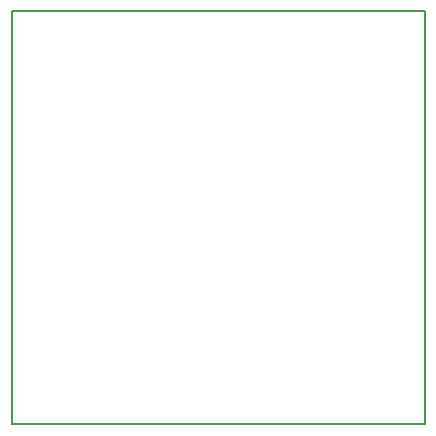
<source format=gbr>
%TF.GenerationSoftware,Altium Limited,Altium Designer,21.2.2 (38)*%
G04 Layer_Color=32896*
%FSLAX45Y45*%
%MOMM*%
%TF.SameCoordinates,DC8D9031-FEEE-4EB9-A140-7D2FD38E5C7C*%
%TF.FilePolarity,Positive*%
%TF.FileFunction,Other,Dimensions*%
%TF.Part,Single*%
G01*
G75*
%TA.AperFunction,NonConductor*%
%ADD25C,0.20000*%
D25*
X0Y0D02*
X3500000D01*
Y3500000D01*
X0D02*
X3500000D01*
X0Y0D02*
Y3500000D01*
%TF.MD5,e031844abbd2bd602c64036e7949ab23*%
M02*

</source>
